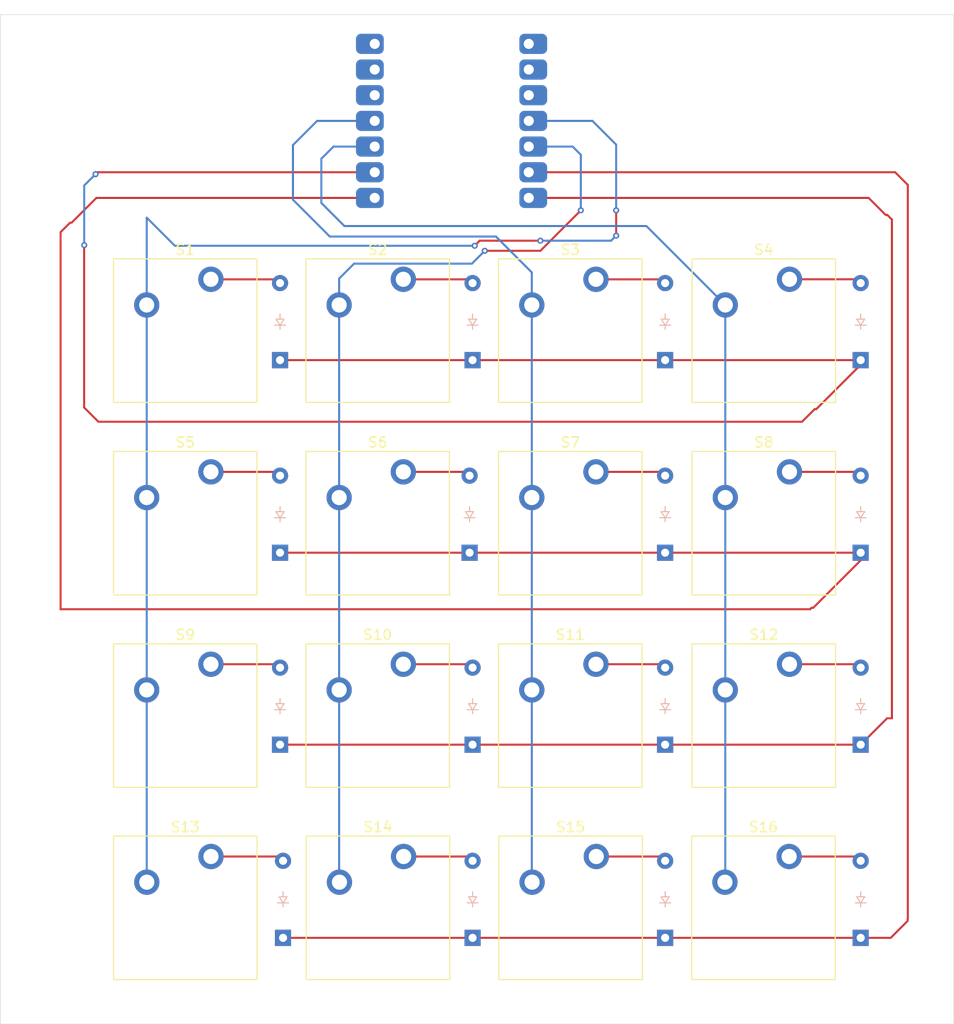
<source format=kicad_pcb>
(kicad_pcb (version 20240108) (generator "pcbnew") (generator_version "8.0")
  (layers (0 "F.Cu" signal) (31 "B.Cu" signal) (34 "B.Paste" user) (35 "F.Paste" user) (36 "B.SilkS" user "B.Silkscreen") (37 "F.SilkS" user "F.Silkscreen") (38 "B.Mask" user) (39 "F.Mask" user) (44 "Edge.Cuts" user))
  (net 0 "")
  (net 1 "Net-(D1-A)")
  (net 2 "Row 0")
  (net 3 "Net-(D2-A)")
  (net 4 "Net-(D3-A)")
  (net 5 "Row 1")
  (net 6 "Net-(D4-A)")
  (net 7 "Net-(D5-A)")
  (net 8 "Net-(D6-A)")
  (net 9 "Row 2")
  (net 10 "Net-(D7-A)")
  (net 11 "Net-(D8-A)")
  (net 12 "Net-(D9-A)")
  (net 13 "Column 0")
  (net 14 "Column 1")
  (net 15 "Column 2")
  (net 17 "Net-(D10-A)")
  (net 18 "Net-(D11-A)")
  (net 22 "Net-(D12-A)")
  (net 23 "Row 3")
  (net 24 "Net-(D13-A)")
  (net 25 "Net-(D14-A)")
  (net 26 "Net-(D15-A)")
  (net 27 "Net-(D16-A)")
  (net 28 "Column 3")
  (footprint "ScottoKeebs_MX:MX_PCB_1.00u" (layer "F.Cu") (at 124.87 108)
    (property "Reference" "S13" (at 0 -8 0) (layer "F.SilkS"))
    (property "Value" "Keyswitch")
    (fp_line (start -7.1 -7.1) (end -7.1 7.1) (stroke (width 0.12)) (layer "F.SilkS"))
    (fp_line (start -7.1 7.1) (end 7.1 7.1) (stroke (width 0.12)) (layer "F.SilkS"))
    (fp_line (start 7.1 -7.1) (end -7.1 -7.1) (stroke (width 0.12)) (layer "F.SilkS"))
    (fp_line (start 7.1 7.1) (end 7.1 -7.1) (stroke (width 0.12)) (layer "F.SilkS"))
    (pad "" np_thru_hole circle (at -5.08 0) (size 1.75 1.75) (drill 1.75) (layers "*.Cu" "*.Mask"))
    (pad "" np_thru_hole circle (at 0 0) (size 4 4) (drill 4) (layers "*.Cu" "*.Mask"))
    (pad "" np_thru_hole circle (at 5.08 0) (size 1.75 1.75) (drill 1.75) (layers "*.Cu" "*.Mask"))
    (pad "1" thru_hole circle (at -3.81 -2.54) (size 2.5 2.5) (drill 1.5) (layers "*.Cu" "*.Mask") (net 13 "Column 0"))
    (pad "2" thru_hole circle (at 2.54 -5.08) (size 2.5 2.5) (drill 1.5) (layers "*.Cu" "*.Mask") (net 24 "Net-(D13-A)"))
  )
  (footprint "ScottoKeebs_MX:MX_PCB_1.00u" (layer "F.Cu") (at 124.860344 88.98)
    (property "Reference" "S9" (at 0 -8 0) (layer "F.SilkS"))
    (property "Value" "Keyswitch")
    (fp_line (start -7.1 -7.1) (end -7.1 7.1) (stroke (width 0.12)) (layer "F.SilkS"))
    (fp_line (start -7.1 7.1) (end 7.1 7.1) (stroke (width 0.12)) (layer "F.SilkS"))
    (fp_line (start 7.1 -7.1) (end -7.1 -7.1) (stroke (width 0.12)) (layer "F.SilkS"))
    (fp_line (start 7.1 7.1) (end 7.1 -7.1) (stroke (width 0.12)) (layer "F.SilkS"))
    (pad "" np_thru_hole circle (at -5.08 0) (size 1.75 1.75) (drill 1.75) (layers "*.Cu" "*.Mask"))
    (pad "" np_thru_hole circle (at 0 0) (size 4 4) (drill 4) (layers "*.Cu" "*.Mask"))
    (pad "" np_thru_hole circle (at 5.08 0) (size 1.75 1.75) (drill 1.75) (layers "*.Cu" "*.Mask"))
    (pad "1" thru_hole circle (at -3.81 -2.54) (size 2.5 2.5) (drill 1.5) (layers "*.Cu" "*.Mask") (net 13 "Column 0"))
    (pad "2" thru_hole circle (at 2.54 -5.08) (size 2.5 2.5) (drill 1.5) (layers "*.Cu" "*.Mask") (net 12 "Net-(D9-A)"))
  )
  (footprint "ScottoKeebs_MX:MX_PCB_1.00u" (layer "F.Cu") (at 124.860344 69.95)
    (property "Reference" "S5" (at 0 -8 0) (layer "F.SilkS"))
    (property "Value" "Keyswitch")
    (fp_line (start -7.1 -7.1) (end -7.1 7.1) (stroke (width 0.12)) (layer "F.SilkS"))
    (fp_line (start -7.1 7.1) (end 7.1 7.1) (stroke (width 0.12)) (layer "F.SilkS"))
    (fp_line (start 7.1 -7.1) (end -7.1 -7.1) (stroke (width 0.12)) (layer "F.SilkS"))
    (fp_line (start 7.1 7.1) (end 7.1 -7.1) (stroke (width 0.12)) (layer "F.SilkS"))
    (pad "" np_thru_hole circle (at -5.08 0) (size 1.75 1.75) (drill 1.75) (layers "*.Cu" "*.Mask"))
    (pad "" np_thru_hole circle (at 0 0) (size 4 4) (drill 4) (layers "*.Cu" "*.Mask"))
    (pad "" np_thru_hole circle (at 5.08 0) (size 1.75 1.75) (drill 1.75) (layers "*.Cu" "*.Mask"))
    (pad "1" thru_hole circle (at -3.81 -2.54) (size 2.5 2.5) (drill 1.5) (layers "*.Cu" "*.Mask") (net 13 "Column 0"))
    (pad "2" thru_hole circle (at 2.54 -5.08) (size 2.5 2.5) (drill 1.5) (layers "*.Cu" "*.Mask") (net 7 "Net-(D5-A)"))
  )
  (footprint "ScottoKeebs_MX:MX_PCB_1.00u" (layer "F.Cu") (at 162.99 108)
    (property "Reference" "S15" (at 0 -8 0) (layer "F.SilkS"))
    (property "Value" "Keyswitch")
    (fp_line (start -7.1 -7.1) (end -7.1 7.1) (stroke (width 0.12)) (layer "F.SilkS"))
    (fp_line (start -7.1 7.1) (end 7.1 7.1) (stroke (width 0.12)) (layer "F.SilkS"))
    (fp_line (start 7.1 -7.1) (end -7.1 -7.1) (stroke (width 0.12)) (layer "F.SilkS"))
    (fp_line (start 7.1 7.1) (end 7.1 -7.1) (stroke (width 0.12)) (layer "F.SilkS"))
    (pad "" np_thru_hole circle (at -5.08 0) (size 1.75 1.75) (drill 1.75) (layers "*.Cu" "*.Mask"))
    (pad "" np_thru_hole circle (at 0 0) (size 4 4) (drill 4) (layers "*.Cu" "*.Mask"))
    (pad "" np_thru_hole circle (at 5.08 0) (size 1.75 1.75) (drill 1.75) (layers "*.Cu" "*.Mask"))
    (pad "1" thru_hole circle (at -3.81 -2.54) (size 2.5 2.5) (drill 1.5) (layers "*.Cu" "*.Mask") (net 15 "Column 2"))
    (pad "2" thru_hole circle (at 2.54 -5.08) (size 2.5 2.5) (drill 1.5) (layers "*.Cu" "*.Mask") (net 26 "Net-(D15-A)"))
  )
  (footprint "ScottoKeebs_MX:MX_PCB_1.00u" (layer "F.Cu") (at 143.9 88.98)
    (property "Reference" "S10" (at 0 -8 0) (layer "F.SilkS"))
    (property "Value" "Keyswitch")
    (fp_line (start -7.1 -7.1) (end -7.1 7.1) (stroke (width 0.12)) (layer "F.SilkS"))
    (fp_line (start -7.1 7.1) (end 7.1 7.1) (stroke (width 0.12)) (layer "F.SilkS"))
    (fp_line (start 7.1 -7.1) (end -7.1 -7.1) (stroke (width 0.12)) (layer "F.SilkS"))
    (fp_line (start 7.1 7.1) (end 7.1 -7.1) (stroke (width 0.12)) (layer "F.SilkS"))
    (pad "" np_thru_hole circle (at -5.08 0) (size 1.75 1.75) (drill 1.75) (layers "*.Cu" "*.Mask"))
    (pad "" np_thru_hole circle (at 0 0) (size 4 4) (drill 4) (layers "*.Cu" "*.Mask"))
    (pad "" np_thru_hole circle (at 5.08 0) (size 1.75 1.75) (drill 1.75) (layers "*.Cu" "*.Mask"))
    (pad "1" thru_hole circle (at -3.81 -2.54) (size 2.5 2.5) (drill 1.5) (layers "*.Cu" "*.Mask") (net 14 "Column 1"))
    (pad "2" thru_hole circle (at 2.54 -5.08) (size 2.5 2.5) (drill 1.5) (layers "*.Cu" "*.Mask") (net 17 "Net-(D10-A)"))
  )
  (footprint "ScottoKeebs_MX:MX_PCB_1.00u" (layer "F.Cu") (at 182.105944 50.899176)
    (property "Reference" "S4" (at 0 -8 0) (layer "F.SilkS"))
    (property "Value" "Keyswitch")
    (fp_line (start -7.1 -7.1) (end -7.1 7.1) (stroke (width 0.12)) (layer "F.SilkS"))
    (fp_line (start -7.1 7.1) (end 7.1 7.1) (stroke (width 0.12)) (layer "F.SilkS"))
    (fp_line (start 7.1 -7.1) (end -7.1 -7.1) (stroke (width 0.12)) (layer "F.SilkS"))
    (fp_line (start 7.1 7.1) (end 7.1 -7.1) (stroke (width 0.12)) (layer "F.SilkS"))
    (pad "" np_thru_hole circle (at -5.08 0) (size 1.75 1.75) (drill 1.75) (layers "*.Cu" "*.Mask"))
    (pad "" np_thru_hole circle (at 0 0) (size 4 4) (drill 4) (layers "*.Cu" "*.Mask"))
    (pad "" np_thru_hole circle (at 5.08 0) (size 1.75 1.75) (drill 1.75) (layers "*.Cu" "*.Mask"))
    (pad "1" thru_hole circle (at -3.81 -2.54) (size 2.5 2.5) (drill 1.5) (layers "*.Cu" "*.Mask") (net 28 "Column 3"))
    (pad "2" thru_hole circle (at 2.54 -5.08) (size 2.5 2.5) (drill 1.5) (layers "*.Cu" "*.Mask") (net 6 "Net-(D4-A)"))
  )
  (footprint "ScottoKeebs_MX:MX_PCB_1.00u" (layer "F.Cu") (at 162.96 69.95)
    (property "Reference" "S7" (at 0 -8 0) (layer "F.SilkS"))
    (property "Value" "Keyswitch")
    (fp_line (start -7.1 -7.1) (end -7.1 7.1) (stroke (width 0.12)) (layer "F.SilkS"))
    (fp_line (start -7.1 7.1) (end 7.1 7.1) (stroke (width 0.12)) (layer "F.SilkS"))
    (fp_line (start 7.1 -7.1) (end -7.1 -7.1) (stroke (width 0.12)) (layer "F.SilkS"))
    (fp_line (start 7.1 7.1) (end 7.1 -7.1) (stroke (width 0.12)) (layer "F.SilkS"))
    (pad "" np_thru_hole circle (at -5.08 0) (size 1.75 1.75) (drill 1.75) (layers "*.Cu" "*.Mask"))
    (pad "" np_thru_hole circle (at 0 0) (size 4 4) (drill 4) (layers "*.Cu" "*.Mask"))
    (pad "" np_thru_hole circle (at 5.08 0) (size 1.75 1.75) (drill 1.75) (layers "*.Cu" "*.Mask"))
    (pad "1" thru_hole circle (at -3.81 -2.54) (size 2.5 2.5) (drill 1.5) (layers "*.Cu" "*.Mask") (net 15 "Column 2"))
    (pad "2" thru_hole circle (at 2.54 -5.08) (size 2.5 2.5) (drill 1.5) (layers "*.Cu" "*.Mask") (net 10 "Net-(D7-A)"))
  )
  (footprint "ScottoKeebs_MX:MX_PCB_1.00u" (layer "F.Cu") (at 124.860344 50.899176)
    (property "Reference" "S1" (at 0 -8 0) (layer "F.SilkS"))
    (property "Value" "Keyswitch")
    (fp_line (start -7.1 -7.1) (end -7.1 7.1) (stroke (width 0.12)) (layer "F.SilkS"))
    (fp_line (start -7.1 7.1) (end 7.1 7.1) (stroke (width 0.12)) (layer "F.SilkS"))
    (fp_line (start 7.1 -7.1) (end -7.1 -7.1) (stroke (width 0.12)) (layer "F.SilkS"))
    (fp_line (start 7.1 7.1) (end 7.1 -7.1) (stroke (width 0.12)) (layer "F.SilkS"))
    (pad "" np_thru_hole circle (at -5.08 0) (size 1.75 1.75) (drill 1.75) (layers "*.Cu" "*.Mask"))
    (pad "" np_thru_hole circle (at 0 0) (size 4 4) (drill 4) (layers "*.Cu" "*.Mask"))
    (pad "" np_thru_hole circle (at 5.08 0) (size 1.75 1.75) (drill 1.75) (layers "*.Cu" "*.Mask"))
    (pad "1" thru_hole circle (at -3.81 -2.54) (size 2.5 2.5) (drill 1.5) (layers "*.Cu" "*.Mask") (net 13 "Column 0"))
    (pad "2" thru_hole circle (at 2.54 -5.08) (size 2.5 2.5) (drill 1.5) (layers "*.Cu" "*.Mask") (net 1 "Net-(D1-A)"))
  )
  (footprint "ScottoKeebs_MX:MX_PCB_1.00u" (layer "F.Cu") (at 143.93 108)
    (property "Reference" "S14" (at 0 -8 0) (layer "F.SilkS"))
    (property "Value" "Keyswitch")
    (fp_line (start -7.1 -7.1) (end -7.1 7.1) (stroke (width 0.12)) (layer "F.SilkS"))
    (fp_line (start -7.1 7.1) (end 7.1 7.1) (stroke (width 0.12)) (layer "F.SilkS"))
    (fp_line (start 7.1 -7.1) (end -7.1 -7.1) (stroke (width 0.12)) (layer "F.SilkS"))
    (fp_line (start 7.1 7.1) (end 7.1 -7.1) (stroke (width 0.12)) (layer "F.SilkS"))
    (pad "" np_thru_hole circle (at -5.08 0) (size 1.75 1.75) (drill 1.75) (layers "*.Cu" "*.Mask"))
    (pad "" np_thru_hole circle (at 0 0) (size 4 4) (drill 4) (layers "*.Cu" "*.Mask"))
    (pad "" np_thru_hole circle (at 5.08 0) (size 1.75 1.75) (drill 1.75) (layers "*.Cu" "*.Mask"))
    (pad "1" thru_hole circle (at -3.81 -2.54) (size 2.5 2.5) (drill 1.5) (layers "*.Cu" "*.Mask") (net 14 "Column 1"))
    (pad "2" thru_hole circle (at 2.54 -5.08) (size 2.5 2.5) (drill 1.5) (layers "*.Cu" "*.Mask") (net 25 "Net-(D14-A)"))
  )
  (footprint "ScottoKeebs_MX:MX_PCB_1.00u" (layer "F.Cu") (at 182.105944 69.95)
    (property "Reference" "S8" (at 0 -8 0) (layer "F.SilkS"))
    (property "Value" "Keyswitch")
    (fp_line (start -7.1 -7.1) (end -7.1 7.1) (stroke (width 0.12)) (layer "F.SilkS"))
    (fp_line (start -7.1 7.1) (end 7.1 7.1) (stroke (width 0.12)) (layer "F.SilkS"))
    (fp_line (start 7.1 -7.1) (end -7.1 -7.1) (stroke (width 0.12)) (layer "F.SilkS"))
    (fp_line (start 7.1 7.1) (end 7.1 -7.1) (stroke (width 0.12)) (layer "F.SilkS"))
    (pad "" np_thru_hole circle (at -5.08 0) (size 1.75 1.75) (drill 1.75) (layers "*.Cu" "*.Mask"))
    (pad "" np_thru_hole circle (at 0 0) (size 4 4) (drill 4) (layers "*.Cu" "*.Mask"))
    (pad "" np_thru_hole circle (at 5.08 0) (size 1.75 1.75) (drill 1.75) (layers "*.Cu" "*.Mask"))
    (pad "1" thru_hole circle (at -3.81 -2.54) (size 2.5 2.5) (drill 1.5) (layers "*.Cu" "*.Mask") (net 28 "Column 3"))
    (pad "2" thru_hole circle (at 2.54 -5.08) (size 2.5 2.5) (drill 1.5) (layers "*.Cu" "*.Mask") (net 11 "Net-(D8-A)"))
  )
  (footprint "ScottoKeebs_MX:MX_PCB_1.00u" (layer "F.Cu") (at 143.9 69.95)
    (property "Reference" "S6" (at 0 -8 0) (layer "F.SilkS"))
    (property "Value" "Keyswitch")
    (fp_line (start -7.1 -7.1) (end -7.1 7.1) (stroke (width 0.12)) (layer "F.SilkS"))
    (fp_line (start -7.1 7.1) (end 7.1 7.1) (stroke (width 0.12)) (layer "F.SilkS"))
    (fp_line (start 7.1 -7.1) (end -7.1 -7.1) (stroke (width 0.12)) (layer "F.SilkS"))
    (fp_line (start 7.1 7.1) (end 7.1 -7.1) (stroke (width 0.12)) (layer "F.SilkS"))
    (pad "" np_thru_hole circle (at -5.08 0) (size 1.75 1.75) (drill 1.75) (layers "*.Cu" "*.Mask"))
    (pad "" np_thru_hole circle (at 0 0) (size 4 4) (drill 4) (layers "*.Cu" "*.Mask"))
    (pad "" np_thru_hole circle (at 5.08 0) (size 1.75 1.75) (drill 1.75) (layers "*.Cu" "*.Mask"))
    (pad "1" thru_hole circle (at -3.81 -2.54) (size 2.5 2.5) (drill 1.5) (layers "*.Cu" "*.Mask") (net 14 "Column 1"))
    (pad "2" thru_hole circle (at 2.54 -5.08) (size 2.5 2.5) (drill 1.5) (layers "*.Cu" "*.Mask") (net 8 "Net-(D6-A)"))
  )
  (footprint "ScottoKeebs_MX:MX_PCB_1.00u" (layer "F.Cu") (at 182.07 108)
    (property "Reference" "S16" (at 0 -8 0) (layer "F.SilkS"))
    (property "Value" "Keyswitch")
    (fp_line (start -7.1 -7.1) (end -7.1 7.1) (stroke (width 0.12)) (layer "F.SilkS"))
    (fp_line (start -7.1 7.1) (end 7.1 7.1) (stroke (width 0.12)) (layer "F.SilkS"))
    (fp_line (start 7.1 -7.1) (end -7.1 -7.1) (stroke (width 0.12)) (layer "F.SilkS"))
    (fp_line (start 7.1 7.1) (end 7.1 -7.1) (stroke (width 0.12)) (layer "F.SilkS"))
    (pad "" np_thru_hole circle (at -5.08 0) (size 1.75 1.75) (drill 1.75) (layers "*.Cu" "*.Mask"))
    (pad "" np_thru_hole circle (at 0 0) (size 4 4) (drill 4) (layers "*.Cu" "*.Mask"))
    (pad "" np_thru_hole circle (at 5.08 0) (size 1.75 1.75) (drill 1.75) (layers "*.Cu" "*.Mask"))
    (pad "1" thru_hole circle (at -3.81 -2.54) (size 2.5 2.5) (drill 1.5) (layers "*.Cu" "*.Mask") (net 28 "Column 3"))
    (pad "2" thru_hole circle (at 2.54 -5.08) (size 2.5 2.5) (drill 1.5) (layers "*.Cu" "*.Mask") (net 27 "Net-(D16-A)"))
  )
  (footprint "ScottoKeebs_MX:MX_PCB_1.00u" (layer "F.Cu") (at 182.105944 88.98)
    (property "Reference" "S12" (at 0 -8 0) (layer "F.SilkS"))
    (property "Value" "Keyswitch")
    (fp_line (start -7.1 -7.1) (end -7.1 7.1) (stroke (width 0.12)) (layer "F.SilkS"))
    (fp_line (start -7.1 7.1) (end 7.1 7.1) (stroke (width 0.12)) (layer "F.SilkS"))
    (fp_line (start 7.1 -7.1) (end -7.1 -7.1) (stroke (width 0.12)) (layer "F.SilkS"))
    (fp_line (start 7.1 7.1) (end 7.1 -7.1) (stroke (width 0.12)) (layer "F.SilkS"))
    (pad "" np_thru_hole circle (at -5.08 0) (size 1.75 1.75) (drill 1.75) (layers "*.Cu" "*.Mask"))
    (pad "" np_thru_hole circle (at 0 0) (size 4 4) (drill 4) (layers "*.Cu" "*.Mask"))
    (pad "" np_thru_hole circle (at 5.08 0) (size 1.75 1.75) (drill 1.75) (layers "*.Cu" "*.Mask"))
    (pad "1" thru_hole circle (at -3.81 -2.54) (size 2.5 2.5) (drill 1.5) (layers "*.Cu" "*.Mask") (net 28 "Column 3"))
    (pad "2" thru_hole circle (at 2.54 -5.08) (size 2.5 2.5) (drill 1.5) (layers "*.Cu" "*.Mask") (net 22 "Net-(D12-A)"))
  )
  (footprint "ScottoKeebs_MX:MX_PCB_1.00u" (layer "F.Cu") (at 143.9 50.899176)
    (property "Reference" "S2" (at 0 -8 0) (layer "F.SilkS"))
    (property "Value" "Keyswitch")
    (fp_line (start -7.1 -7.1) (end -7.1 7.1) (stroke (width 0.12)) (layer "F.SilkS"))
    (fp_line (start -7.1 7.1) (end 7.1 7.1) (stroke (width 0.12)) (layer "F.SilkS"))
    (fp_line (start 7.1 -7.1) (end -7.1 -7.1) (stroke (width 0.12)) (layer "F.SilkS"))
    (fp_line (start 7.1 7.1) (end 7.1 -7.1) (stroke (width 0.12)) (layer "F.SilkS"))
    (pad "" np_thru_hole circle (at -5.08 0) (size 1.75 1.75) (drill 1.75) (layers "*.Cu" "*.Mask"))
    (pad "" np_thru_hole circle (at 0 0) (size 4 4) (drill 4) (layers "*.Cu" "*.Mask"))
    (pad "" np_thru_hole circle (at 5.08 0) (size 1.75 1.75) (drill 1.75) (layers "*.Cu" "*.Mask"))
    (pad "1" thru_hole circle (at -3.81 -2.54) (size 2.5 2.5) (drill 1.5) (layers "*.Cu" "*.Mask") (net 14 "Column 1"))
    (pad "2" thru_hole circle (at 2.54 -5.08) (size 2.5 2.5) (drill 1.5) (layers "*.Cu" "*.Mask") (net 3 "Net-(D2-A)"))
  )
  (footprint "ScottoKeebs_MX:MX_PCB_1.00u" (layer "F.Cu") (at 162.96 88.98)
    (property "Reference" "S11" (at 0 -8 0) (layer "F.SilkS"))
    (property "Value" "Keyswitch")
    (fp_line (start -7.1 -7.1) (end -7.1 7.1) (stroke (width 0.12)) (layer "F.SilkS"))
    (fp_line (start -7.1 7.1) (end 7.1 7.1) (stroke (width 0.12)) (layer "F.SilkS"))
    (fp_line (start 7.1 -7.1) (end -7.1 -7.1) (stroke (width 0.12)) (layer "F.SilkS"))
    (fp_line (start 7.1 7.1) (end 7.1 -7.1) (stroke (width 0.12)) (layer "F.SilkS"))
    (pad "" np_thru_hole circle (at -5.08 0) (size 1.75 1.75) (drill 1.75) (layers "*.Cu" "*.Mask"))
    (pad "" np_thru_hole circle (at 0 0) (size 4 4) (drill 4) (layers "*.Cu" "*.Mask"))
    (pad "" np_thru_hole circle (at 5.08 0) (size 1.75 1.75) (drill 1.75) (layers "*.Cu" "*.Mask"))
    (pad "1" thru_hole circle (at -3.81 -2.54) (size 2.5 2.5) (drill 1.5) (layers "*.Cu" "*.Mask") (net 15 "Column 2"))
    (pad "2" thru_hole circle (at 2.54 -5.08) (size 2.5 2.5) (drill 1.5) (layers "*.Cu" "*.Mask") (net 18 "Net-(D11-A)"))
  )
  (footprint "ScottoKeebs_MX:MX_PCB_1.00u" (layer "F.Cu") (at 162.96 50.899176)
    (property "Reference" "S3" (at 0 -8 0) (layer "F.SilkS"))
    (property "Value" "Keyswitch")
    (fp_line (start -7.1 -7.1) (end -7.1 7.1) (stroke (width 0.12)) (layer "F.SilkS"))
    (fp_line (start -7.1 7.1) (end 7.1 7.1) (stroke (width 0.12)) (layer "F.SilkS"))
    (fp_line (start 7.1 -7.1) (end -7.1 -7.1) (stroke (width 0.12)) (layer "F.SilkS"))
    (fp_line (start 7.1 7.1) (end 7.1 -7.1) (stroke (width 0.12)) (layer "F.SilkS"))
    (pad "" np_thru_hole circle (at -5.08 0) (size 1.75 1.75) (drill 1.75) (layers "*.Cu" "*.Mask"))
    (pad "" np_thru_hole circle (at 0 0) (size 4 4) (drill 4) (layers "*.Cu" "*.Mask"))
    (pad "" np_thru_hole circle (at 5.08 0) (size 1.75 1.75) (drill 1.75) (layers "*.Cu" "*.Mask"))
    (pad "1" thru_hole circle (at -3.81 -2.54) (size 2.5 2.5) (drill 1.5) (layers "*.Cu" "*.Mask") (net 15 "Column 2"))
    (pad "2" thru_hole circle (at 2.54 -5.08) (size 2.5 2.5) (drill 1.5) (layers "*.Cu" "*.Mask") (net 4 "Net-(D3-A)"))
  )
  (footprint "ScottoKeebs_Components:Diode_DO-35" (layer "B.Cu") (at 172.342824 91.856648 90)
    (property "Reference" "D11" (hide yes))
    (property "Value" "Diode" (hide yes))
    (fp_line (start 3.46 -0.55) (end 3.46 0.55) (stroke (width 0.1)) (layer "B.SilkS"))
    (fp_line (start 4.06 -0.4) (end 4.06 0.4) (stroke (width 0.1)) (layer "B.SilkS"))
    (fp_line (start 4.56 0) (end 4.06 0) (stroke (width 0.1)) (layer "B.SilkS"))
    (fp_line (start 3.46 0) (end 4.06 -0.4) (stroke (width 0.1)) (layer "B.SilkS"))
    (fp_line (start 3.46 0) (end 3.06 0) (stroke (width 0.1)) (layer "B.SilkS"))
    (fp_line (start 4.06 0.4) (end 3.46 0) (stroke (width 0.1)) (layer "B.SilkS"))
    (pad "1" thru_hole rect (at 0 0 90) (size 1.6 1.6) (drill 0.8) (layers "*.Cu" "*.Mask") (net 9 "Row 2"))
    (pad "2" thru_hole oval (at 7.62 0 90) (size 1.6 1.6) (drill 0.8) (layers "*.Cu" "*.Mask") (net 18 "Net-(D11-A)"))
  )
  (footprint "ScottoKeebs_Components:Diode_DO-35" (layer "B.Cu") (at 153.29284 91.856648 90)
    (property "Reference" "D10" (hide yes))
    (property "Value" "Diode" (hide yes))
    (fp_line (start 3.46 -0.55) (end 3.46 0.55) (stroke (width 0.1)) (layer "B.SilkS"))
    (fp_line (start 4.06 -0.4) (end 4.06 0.4) (stroke (width 0.1)) (layer "B.SilkS"))
    (fp_line (start 4.56 0) (end 4.06 0) (stroke (width 0.1)) (layer "B.SilkS"))
    (fp_line (start 3.46 0) (end 4.06 -0.4) (stroke (width 0.1)) (layer "B.SilkS"))
    (fp_line (start 3.46 0) (end 3.06 0) (stroke (width 0.1)) (layer "B.SilkS"))
    (fp_line (start 4.06 0.4) (end 3.46 0) (stroke (width 0.1)) (layer "B.SilkS"))
    (pad "1" thru_hole rect (at 0 0 90) (size 1.6 1.6) (drill 0.8) (layers "*.Cu" "*.Mask") (net 9 "Row 2"))
    (pad "2" thru_hole oval (at 7.62 0 90) (size 1.6 1.6) (drill 0.8) (layers "*.Cu" "*.Mask") (net 17 "Net-(D10-A)"))
  )
  (footprint "ScottoKeebs_Components:Diode_DO-35" (layer "B.Cu") (at 134.242856 72.866192 90)
    (property "Reference" "D5" (hide yes))
    (property "Value" "Diode" (hide yes))
    (fp_line (start 3.46 -0.55) (end 3.46 0.55) (stroke (width 0.1)) (layer "B.SilkS"))
    (fp_line (start 4.06 -0.4) (end 4.06 0.4) (stroke (width 0.1)) (layer "B.SilkS"))
    (fp_line (start 4.56 0) (end 4.06 0) (stroke (width 0.1)) (layer "B.SilkS"))
    (fp_line (start 3.46 0) (end 4.06 -0.4) (stroke (width 0.1)) (layer "B.SilkS"))
    (fp_line (start 3.46 0) (end 3.06 0) (stroke (width 0.1)) (layer "B.SilkS"))
    (fp_line (start 4.06 0.4) (end 3.46 0) (stroke (width 0.1)) (layer "B.SilkS"))
    (pad "1" thru_hole rect (at 0 0 90) (size 1.6 1.6) (drill 0.8) (layers "*.Cu" "*.Mask") (net 5 "Row 1"))
    (pad "2" thru_hole oval (at 7.62 0 90) (size 1.6 1.6) (drill 0.8) (layers "*.Cu" "*.Mask") (net 7 "Net-(D5-A)"))
  )
  (footprint "ScottoKeebs_Components:Diode_DO-35" (layer "B.Cu") (at 152.995184 72.866192 90)
    (property "Reference" "D6" (hide yes))
    (property "Value" "Diode" (hide yes))
    (fp_line (start 3.46 -0.55) (end 3.46 0.55) (stroke (width 0.1)) (layer "B.SilkS"))
    (fp_line (start 4.06 -0.4) (end 4.06 0.4) (stroke (width 0.1)) (layer "B.SilkS"))
    (fp_line (start 4.56 0) (end 4.06 0) (stroke (width 0.1)) (layer "B.SilkS"))
    (fp_line (start 3.46 0) (end 4.06 -0.4) (stroke (width 0.1)) (layer "B.SilkS"))
    (fp_line (start 3.46 0) (end 3.06 0) (stroke (width 0.1)) (layer "B.SilkS"))
    (fp_line (start 4.06 0.4) (end 3.46 0) (stroke (width 0.1)) (layer "B.SilkS"))
    (pad "1" thru_hole rect (at 0 0 90) (size 1.6 1.6) (drill 0.8) (layers "*.Cu" "*.Mask") (net 5 "Row 1"))
    (pad "2" thru_hole oval (at 7.62 0 90) (size 1.6 1.6) (drill 0.8) (layers "*.Cu" "*.Mask") (net 8 "Net-(D6-A)"))
  )
  (footprint "ScottoKeebs_Components:Diode_DO-35" (layer "B.Cu") (at 172.342824 53.816208 90)
    (property "Reference" "D3" (hide yes))
    (property "Value" "Diode" (hide yes))
    (fp_line (start 3.46 -0.55) (end 3.46 0.55) (stroke (width 0.1)) (layer "B.SilkS"))
    (fp_line (start 4.06 -0.4) (end 4.06 0.4) (stroke (width 0.1)) (layer "B.SilkS"))
    (fp_line (start 4.56 0) (end 4.06 0) (stroke (width 0.1)) (layer "B.SilkS"))
    (fp_line (start 3.46 0) (end 4.06 -0.4) (stroke (width 0.1)) (layer "B.SilkS"))
    (fp_line (start 3.46 0) (end 3.06 0) (stroke (width 0.1)) (layer "B.SilkS"))
    (fp_line (start 4.06 0.4) (end 3.46 0) (stroke (width 0.1)) (layer "B.SilkS"))
    (pad "1" thru_hole rect (at 0 0 90) (size 1.6 1.6) (drill 0.8) (layers "*.Cu" "*.Mask") (net 2 "Row 0"))
    (pad "2" thru_hole oval (at 7.62 0 90) (size 1.6 1.6) (drill 0.8) (layers "*.Cu" "*.Mask") (net 4 "Net-(D3-A)"))
  )
  (footprint "ScottoKeebs_Components:Diode_DO-35" (layer "B.Cu") (at 134.540512 110.96616 90)
    (property "Reference" "D13" (hide yes))
    (property "Value" "Diode" (hide yes))
    (fp_line (start 3.46 -0.55) (end 3.46 0.55) (stroke (width 0.1)) (layer "B.SilkS"))
    (fp_line (start 4.06 -0.4) (end 4.06 0.4) (stroke (width 0.1)) (layer "B.SilkS"))
    (fp_line (start 4.56 0) (end 4.06 0) (stroke (width 0.1)) (layer "B.SilkS"))
    (fp_line (start 3.46 0) (end 4.06 -0.4) (stroke (width 0.1)) (layer "B.SilkS"))
    (fp_line (start 3.46 0) (end 3.06 0) (stroke (width 0.1)) (layer "B.SilkS"))
    (fp_line (start 4.06 0.4) (end 3.46 0) (stroke (width 0.1)) (layer "B.SilkS"))
    (pad "1" thru_hole rect (at 0 0 90) (size 1.6 1.6) (drill 0.8) (layers "*.Cu" "*.Mask") (net 23 "Row 3"))
    (pad "2" thru_hole oval (at 7.62 0 90) (size 1.6 1.6) (drill 0.8) (layers "*.Cu" "*.Mask") (net 24 "Net-(D13-A)"))
  )
  (footprint "ScottoKeebs_Components:Diode_DO-35" (layer "B.Cu") (at 134.242856 53.816208 90)
    (property "Reference" "D1" (hide yes))
    (property "Value" "Diode" (hide yes))
    (fp_line (start 3.46 -0.55) (end 3.46 0.55) (stroke (width 0.1)) (layer "B.SilkS"))
    (fp_line (start 4.06 -0.4) (end 4.06 0.4) (stroke (width 0.1)) (layer "B.SilkS"))
    (fp_line (start 4.56 0) (end 4.06 0) (stroke (width 0.1)) (layer "B.SilkS"))
    (fp_line (start 3.46 0) (end 4.06 -0.4) (stroke (width 0.1)) (layer "B.SilkS"))
    (fp_line (start 3.46 0) (end 3.06 0) (stroke (width 0.1)) (layer "B.SilkS"))
    (fp_line (start 4.06 0.4) (end 3.46 0) (stroke (width 0.1)) (layer "B.SilkS"))
    (pad "1" thru_hole rect (at 0 0 90) (size 1.6 1.6) (drill 0.8) (layers "*.Cu" "*.Mask") (net 2 "Row 0"))
    (pad "2" thru_hole oval (at 7.62 0 90) (size 1.6 1.6) (drill 0.8) (layers "*.Cu" "*.Mask") (net 1 "Net-(D1-A)"))
  )
  (footprint "ScottoKeebs_Components:Diode_DO-35" (layer "B.Cu") (at 191.690464 72.866192 90)
    (property "Reference" "D8" (hide yes))
    (property "Value" "Diode" (hide yes))
    (fp_line (start 3.46 -0.55) (end 3.46 0.55) (stroke (width 0.1)) (layer "B.SilkS"))
    (fp_line (start 4.06 -0.4) (end 4.06 0.4) (stroke (width 0.1)) (layer "B.SilkS"))
    (fp_line (start 4.56 0) (end 4.06 0) (stroke (width 0.1)) (layer "B.SilkS"))
    (fp_line (start 3.46 0) (end 4.06 -0.4) (stroke (width 0.1)) (layer "B.SilkS"))
    (fp_line (start 3.46 0) (end 3.06 0) (stroke (width 0.1)) (layer "B.SilkS"))
    (fp_line (start 4.06 0.4) (end 3.46 0) (stroke (width 0.1)) (layer "B.SilkS"))
    (pad "1" thru_hole rect (at 0 0 90) (size 1.6 1.6) (drill 0.8) (layers "*.Cu" "*.Mask") (net 5 "Row 1"))
    (pad "2" thru_hole oval (at 7.62 0 90) (size 1.6 1.6) (drill 0.8) (layers "*.Cu" "*.Mask") (net 11 "Net-(D8-A)"))
  )
  (footprint "ScottoKeebs_Components:Diode_DO-35" (layer "B.Cu") (at 134.242856 91.856648 90)
    (property "Reference" "D9" (hide yes))
    (property "Value" "Diode" (hide yes))
    (fp_line (start 3.46 -0.55) (end 3.46 0.55) (stroke (width 0.1)) (layer "B.SilkS"))
    (fp_line (start 4.06 -0.4) (end 4.06 0.4) (stroke (width 0.1)) (layer "B.SilkS"))
    (fp_line (start 4.56 0) (end 4.06 0) (stroke (width 0.1)) (layer "B.SilkS"))
    (fp_line (start 3.46 0) (end 4.06 -0.4) (stroke (width 0.1)) (layer "B.SilkS"))
    (fp_line (start 3.46 0) (end 3.06 0) (stroke (width 0.1)) (layer "B.SilkS"))
    (fp_line (start 4.06 0.4) (end 3.46 0) (stroke (width 0.1)) (layer "B.SilkS"))
    (pad "1" thru_hole rect (at 0 0 90) (size 1.6 1.6) (drill 0.8) (layers "*.Cu" "*.Mask") (net 9 "Row 2"))
    (pad "2" thru_hole oval (at 7.62 0 90) (size 1.6 1.6) (drill 0.8) (layers "*.Cu" "*.Mask") (net 12 "Net-(D9-A)"))
  )
  (footprint "ScottoKeebs_Components:Diode_DO-35" (layer "B.Cu") (at 153.29284 53.816208 90)
    (property "Reference" "D2" (hide yes))
    (property "Value" "Diode" (hide yes))
    (fp_line (start 3.46 -0.55) (end 3.46 0.55) (stroke (width 0.1)) (layer "B.SilkS"))
    (fp_line (start 4.06 -0.4) (end 4.06 0.4) (stroke (width 0.1)) (layer "B.SilkS"))
    (fp_line (start 4.56 0) (end 4.06 0) (stroke (width 0.1)) (layer "B.SilkS"))
    (fp_line (start 3.46 0) (end 4.06 -0.4) (stroke (width 0.1)) (layer "B.SilkS"))
    (fp_line (start 3.46 0) (end 3.06 0) (stroke (width 0.1)) (layer "B.SilkS"))
    (fp_line (start 4.06 0.4) (end 3.46 0) (stroke (width 0.1)) (layer "B.SilkS"))
    (pad "1" thru_hole rect (at 0 0 90) (size 1.6 1.6) (drill 0.8) (layers "*.Cu" "*.Mask") (net 2 "Row 0"))
    (pad "2" thru_hole oval (at 7.62 0 90) (size 1.6 1.6) (drill 0.8) (layers "*.Cu" "*.Mask") (net 3 "Net-(D2-A)"))
  )
  (footprint "ScottoKeebs_Components:Diode_DO-35" (layer "B.Cu") (at 191.690464 53.816208 90)
    (property "Reference" "D4" (hide yes))
    (property "Value" "Diode" (hide yes))
    (fp_line (start 3.46 -0.55) (end 3.46 0.55) (stroke (width 0.1)) (layer "B.SilkS"))
    (fp_line (start 4.06 -0.4) (end 4.06 0.4) (stroke (width 0.1)) (layer "B.SilkS"))
    (fp_line (start 4.56 0) (end 4.06 0) (stroke (width 0.1)) (layer "B.SilkS"))
    (fp_line (start 3.46 0) (end 4.06 -0.4) (stroke (width 0.1)) (layer "B.SilkS"))
    (fp_line (start 3.46 0) (end 3.06 0) (stroke (width 0.1)) (layer "B.SilkS"))
    (fp_line (start 4.06 0.4) (end 3.46 0) (stroke (width 0.1)) (layer "B.SilkS"))
    (pad "1" thru_hole rect (at 0 0 90) (size 1.6 1.6) (drill 0.8) (layers "*.Cu" "*.Mask") (net 2 "Row 0"))
    (pad "2" thru_hole oval (at 7.62 0 90) (size 1.6 1.6) (drill 0.8) (layers "*.Cu" "*.Mask") (net 6 "Net-(D4-A)"))
  )
  (footprint "ScottoKeebs_Components:Diode_DO-35" (layer "B.Cu") (at 191.690464 110.96616 90)
    (property "Reference" "D16" (hide yes))
    (property "Value" "Diode" (hide yes))
    (fp_line (start 3.46 -0.55) (end 3.46 0.55) (stroke (width 0.1)) (layer "B.SilkS"))
    (fp_line (start 4.06 -0.4) (end 4.06 0.4) (stroke (width 0.1)) (layer "B.SilkS"))
    (fp_line (start 4.56 0) (end 4.06 0) (stroke (width 0.1)) (layer "B.SilkS"))
    (fp_line (start 3.46 0) (end 4.06 -0.4) (stroke (width 0.1)) (layer "B.SilkS"))
    (fp_line (start 3.46 0) (end 3.06 0) (stroke (width 0.1)) (layer "B.SilkS"))
    (fp_line (start 4.06 0.4) (end 3.46 0) (stroke (width 0.1)) (layer "B.SilkS"))
    (pad "1" thru_hole rect (at 0 0 90) (size 1.6 1.6) (drill 0.8) (layers "*.Cu" "*.Mask") (net 23 "Row 3"))
    (pad "2" thru_hole oval (at 7.62 0 90) (size 1.6 1.6) (drill 0.8) (layers "*.Cu" "*.Mask") (net 27 "Net-(D16-A)"))
  )
  (footprint "ScottoKeebs_Components:Diode_DO-35" (layer "B.Cu") (at 172.342824 110.96616 90)
    (property "Reference" "D15" (hide yes))
    (property "Value" "Diode" (hide yes))
    (fp_line (start 3.46 -0.55) (end 3.46 0.55) (stroke (width 0.1)) (layer "B.SilkS"))
    (fp_line (start 4.06 -0.4) (end 4.06 0.4) (stroke (width 0.1)) (layer "B.SilkS"))
    (fp_line (start 4.56 0) (end 4.06 0) (stroke (width 0.1)) (layer "B.SilkS"))
    (fp_line (start 3.46 0) (end 4.06 -0.4) (stroke (width 0.1)) (layer "B.SilkS"))
    (fp_line (start 3.46 0) (end 3.06 0) (stroke (width 0.1)) (layer "B.SilkS"))
    (fp_line (start 4.06 0.4) (end 3.46 0) (stroke (width 0.1)) (layer "B.SilkS"))
    (pad "1" thru_hole rect (at 0 0 90) (size 1.6 1.6) (drill 0.8) (layers "*.Cu" "*.Mask") (net 23 "Row 3"))
    (pad "2" thru_hole oval (at 7.62 0 90) (size 1.6 1.6) (drill 0.8) (layers "*.Cu" "*.Mask") (net 26 "Net-(D15-A)"))
  )
  (footprint "ScottoKeebs_Components:Diode_DO-35" (layer "B.Cu") (at 172.342824 72.866192 90)
    (property "Reference" "D7" (hide yes))
    (property "Value" "Diode" (hide yes))
    (fp_line (start 3.46 -0.55) (end 3.46 0.55) (stroke (width 0.1)) (layer "B.SilkS"))
    (fp_line (start 4.06 -0.4) (end 4.06 0.4) (stroke (width 0.1)) (layer "B.SilkS"))
    (fp_line (start 4.56 0) (end 4.06 0) (stroke (width 0.1)) (layer "B.SilkS"))
    (fp_line (start 3.46 0) (end 4.06 -0.4) (stroke (width 0.1)) (layer "B.SilkS"))
    (fp_line (start 3.46 0) (end 3.06 0) (stroke (width 0.1)) (layer "B.SilkS"))
    (fp_line (start 4.06 0.4) (end 3.46 0) (stroke (width 0.1)) (layer "B.SilkS"))
    (pad "1" thru_hole rect (at 0 0 90) (size 1.6 1.6) (drill 0.8) (layers "*.Cu" "*.Mask") (net 5 "Row 1"))
    (pad "2" thru_hole oval (at 7.62 0 90) (size 1.6 1.6) (drill 0.8) (layers "*.Cu" "*.Mask") (net 10 "Net-(D7-A)"))
  )
  (footprint "ScottoKeebs_Components:Diode_DO-35" (layer "B.Cu") (at 153.29284 110.96616 90)
    (property "Reference" "D14" (hide yes))
    (property "Value" "Diode" (hide yes))
    (fp_line (start 3.46 -0.55) (end 3.46 0.55) (stroke (width 0.1)) (layer "B.SilkS"))
    (fp_line (start 4.06 -0.4) (end 4.06 0.4) (stroke (width 0.1)) (layer "B.SilkS"))
    (fp_line (start 4.56 0) (end 4.06 0) (stroke (width 0.1)) (layer "B.SilkS"))
    (fp_line (start 3.46 0) (end 4.06 -0.4) (stroke (width 0.1)) (layer "B.SilkS"))
    (fp_line (start 3.46 0) (end 3.06 0) (stroke (width 0.1)) (layer "B.SilkS"))
    (fp_line (start 4.06 0.4) (end 3.46 0) (stroke (width 0.1)) (layer "B.SilkS"))
    (pad "1" thru_hole rect (at 0 0 90) (size 1.6 1.6) (drill 0.8) (layers "*.Cu" "*.Mask") (net 23 "Row 3"))
    (pad "2" thru_hole oval (at 7.62 0 90) (size 1.6 1.6) (drill 0.8) (layers "*.Cu" "*.Mask") (net 25 "Net-(D14-A)"))
  )
  (footprint "ScottoKeebs_Components:Diode_DO-35" (layer "B.Cu") (at 191.690464 91.856648 90)
    (property "Reference" "D12" (hide yes))
    (property "Value" "Diode" (hide yes))
    (fp_line (start 3.46 -0.55) (end 3.46 0.55) (stroke (width 0.1)) (layer "B.SilkS"))
    (fp_line (start 4.06 -0.4) (end 4.06 0.4) (stroke (width 0.1)) (layer "B.SilkS"))
    (fp_line (start 4.56 0) (end 4.06 0) (stroke (width 0.1)) (layer "B.SilkS"))
    (fp_line (start 3.46 0) (end 4.06 -0.4) (stroke (width 0.1)) (layer "B.SilkS"))
    (fp_line (start 3.46 0) (end 3.06 0) (stroke (width 0.1)) (layer "B.SilkS"))
    (fp_line (start 4.06 0.4) (end 3.46 0) (stroke (width 0.1)) (layer "B.SilkS"))
    (pad "1" thru_hole rect (at 0 0 90) (size 1.6 1.6) (drill 0.8) (layers "*.Cu" "*.Mask") (net 9 "Row 2"))
    (pad "2" thru_hole oval (at 7.62 0 90) (size 1.6 1.6) (drill 0.8) (layers "*.Cu" "*.Mask") (net 22 "Net-(D12-A)"))
  )
  (footprint "ScottoKeebs_MCU:Seeed_XIAO_RP2040" (layer "B.Cu") (at 151.23 30.15 180)
    (property "Reference" "U2" (hide yes))
    (property "Value" "MCU_Seeed_XIAO_RP2040")
    (pad "1" smd roundrect (at -8.065 7.62 180) (size 2.75 2) (layers "B.Cu" "B.Paste" "B.Mask"))
    (pad "1" thru_hole rect (at -7.62 7.62 90) (size 1.6 1.6) (drill 1) (layers "*.Cu" "*.Mask"))
    (pad "2" smd roundrect (at -8.065 5.08 180) (size 2.75 2) (layers "B.Cu" "B.Paste" "B.Mask"))
    (pad "2" thru_hole circle (at -7.62 5.08 90) (size 1.6 1.6) (drill 1) (layers "*.Cu" "*.Mask"))
    (pad "3" smd roundrect (at -8.065 2.54 180) (size 2.75 2) (layers "B.Cu" "B.Paste" "B.Mask"))
    (pad "3" thru_hole circle (at -7.62 2.54 90) (size 1.6 1.6) (drill 1) (layers "*.Cu" "*.Mask"))
    (pad "4" smd roundrect (at -8.065 0 180) (size 2.75 2) (layers "B.Cu" "B.Paste" "B.Mask") (net 13 "Column 0"))
    (pad "4" thru_hole circle (at -7.62 0 90) (size 1.6 1.6) (drill 1) (layers "*.Cu" "*.Mask") (net 13 "Column 0"))
    (pad "5" smd roundrect (at -8.065 -2.54 180) (size 2.75 2) (layers "B.Cu" "B.Paste" "B.Mask") (net 14 "Column 1"))
    (pad "5" thru_hole circle (at -7.62 -2.54 90) (size 1.6 1.6) (drill 1) (layers "*.Cu" "*.Mask") (net 14 "Column 1"))
    (pad "6" smd roundrect (at -8.065 -5.08 180) (size 2.75 2) (layers "B.Cu" "B.Paste" "B.Mask") (net 23 "Row 3"))
    (pad "6" thru_hole circle (at -7.62 -5.08 90) (size 1.6 1.6) (drill 1) (layers "*.Cu" "*.Mask") (net 23 "Row 3"))
    (pad "7" smd roundrect (at -8.065 -7.62 180) (size 2.75 2) (layers "B.Cu" "B.Paste" "B.Mask") (net 9 "Row 2"))
    (pad "7" thru_hole circle (at -7.62 -7.62 90) (size 1.6 1.6) (drill 1) (layers "*.Cu" "*.Mask") (net 9 "Row 2"))
    (pad "8" thru_hole circle (at 7.62 -7.62 90) (size 1.6 1.6) (drill 1) (layers "*.Cu" "*.Mask") (net 5 "Row 1"))
    (pad "8" smd roundrect (at 8.1 -7.62 180) (size 2.75 2) (layers "B.Cu" "B.Paste" "B.Mask") (net 5 "Row 1"))
    (pad "9" thru_hole circle (at 7.62 -5.08 90) (size 1.6 1.6) (drill 1) (layers "*.Cu" "*.Mask") (net 2 "Row 0"))
    (pad "9" smd roundrect (at 8.1 -5.08 180) (size 2.75 2) (layers "B.Cu" "B.Paste" "B.Mask") (net 2 "Row 0"))
    (pad "10" thru_hole circle (at 7.62 -2.54 90) (size 1.6 1.6) (drill 1) (layers "*.Cu" "*.Mask") (net 28 "Column 3"))
    (pad "10" smd roundrect (at 8.1 -2.54 180) (size 2.75 2) (layers "B.Cu" "B.Paste" "B.Mask") (net 28 "Column 3"))
    (pad "11" thru_hole circle (at 7.62 0 90) (size 1.6 1.6) (drill 1) (layers "*.Cu" "*.Mask") (net 15 "Column 2"))
    (pad "11" smd roundrect (at 8.1 0 180) (size 2.75 2) (layers "B.Cu" "B.Paste" "B.Mask") (net 15 "Column 2"))
    (pad "12" thru_hole circle (at 7.62 2.54 90) (size 1.6 1.6) (drill 1) (layers "*.Cu" "*.Mask"))
    (pad "12" smd roundrect (at 8.1 2.54 180) (size 2.75 2) (layers "B.Cu" "B.Paste" "B.Mask"))
    (pad "13" thru_hole circle (at 7.62 5.08 90) (size 1.6 1.6) (drill 1) (layers "*.Cu" "*.Mask"))
    (pad "13" smd roundrect (at 8.1 5.08 180) (size 2.75 2) (layers "B.Cu" "B.Paste" "B.Mask"))
    (pad "14" thru_hole circle (at 7.62 7.62 90) (size 1.6 1.6) (drill 1) (layers "*.Cu" "*.Mask"))
    (pad "14" smd roundrect (at 8.1 7.62 180) (size 2.75 2) (layers "B.Cu" "B.Paste" "B.Mask"))
  )
  (gr_rect (start 106.560848 19.645296) (end 200.902488 119.492552) (stroke (width 0.05)) (fill none) (layer "Edge.Cuts"))
  (segment (start 127.400344 45.825368) (end 133.872016 45.825368) (width 0.2) (layer "F.Cu") (net 1))
  (segment (start 133.872016 45.825368) (end 134.242856 46.196208) (width 0.2) (layer "F.Cu") (net 1))
  (segment (start 115.99 35.42) (end 116.18 35.23) (width 0.2) (layer "F.Cu") (net 2))
  (segment (start 114.87 42.57) (end 114.87 42.44) (width 0.2) (layer "F.Cu") (net 2))
  (segment (start 114.86 42.58) (end 114.87 42.57) (width 0.2) (layer "F.Cu") (net 2))
  (segment (start 191.690464 53.816208) (end 191.690464 54.269536) (width 0.2) (layer "F.Cu") (net 2))
  (segment (start 116.27 59.91) (end 114.86 58.5) (width 0.2) (layer "F.Cu") (net 2))
  (segment (start 134.242856 53.816208) (end 172.342824 53.816208) (width 0.2) (layer "F.Cu") (net 2))
  (segment (start 187.3 58.66) (end 187.14 58.66) (width 0.2) (layer "F.Cu") (net 2))
  (segment (start 172.342824 53.816208) (end 191.690464 53.816208) (width 0.2) (layer "F.Cu") (net 2))
  (segment (start 191.690464 54.269536) (end 187.3 58.66) (width 0.2) (layer "F.Cu") (net 2))
  (segment (start 185.89 59.91) (end 116.27 59.91) (width 0.2) (layer "F.Cu") (net 2))
  (segment (start 187.14 58.66) (end 185.89 59.91) (width 0.2) (layer "F.Cu") (net 2))
  (segment (start 114.86 58.5) (end 114.86 42.58) (width 0.2) (layer "F.Cu") (net 2))
  (segment (start 116.18 35.23) (end 143.61 35.23) (width 0.2) (layer "F.Cu") (net 2))
  (via (at 115.99 35.42) (size 0.6) (drill 0.3) (layers "F.Cu" "B.Cu") (net 2))
  (via (at 114.87 42.44) (size 0.6) (drill 0.3) (layers "F.Cu" "B.Cu") (net 2))
  (segment (start 114.87 36.54) (end 115.99 35.42) (width 0.2) (layer "B.Cu") (net 2))
  (segment (start 114.87 42.44) (end 114.87 36.54) (width 0.2) (layer "B.Cu") (net 2))
  (segment (start 146.44 45.825368) (end 152.922 45.825368) (width 0.2) (layer "F.Cu") (net 3))
  (segment (start 152.922 45.825368) (end 153.29284 46.196208) (width 0.2) (layer "F.Cu") (net 3))
  (segment (start 165.5 45.825368) (end 171.971984 45.825368) (width 0.2) (layer "F.Cu") (net 4))
  (segment (start 171.971984 45.825368) (end 172.342824 46.196208) (width 0.2) (layer "F.Cu") (net 4))
  (segment (start 112.53 41.16) (end 113.47 40.22) (width 0.2) (layer "F.Cu") (net 5))
  (segment (start 191.690464 73.619536) (end 187 78.31) (width 0.2) (layer "F.Cu") (net 5))
  (segment (start 187 78.31) (end 186.84 78.31) (width 0.2) (layer "F.Cu") (net 5))
  (segment (start 172.342824 72.866192) (end 191.690464 72.866192) (width 0.2) (layer "F.Cu") (net 5))
  (segment (start 112.53 78.46) (end 112.53 41.16) (width 0.2) (layer "F.Cu") (net 5))
  (segment (start 134.242856 72.866192) (end 172.342824 72.866192) (width 0.2) (layer "F.Cu") (net 5))
  (segment (start 186.69 78.46) (end 112.53 78.46) (width 0.2) (layer "F.Cu") (net 5))
  (segment (start 191.690464 72.866192) (end 191.690464 73.619536) (width 0.2) (layer "F.Cu") (net 5))
  (segment (start 113.62 40.22) (end 116.07 37.77) (width 0.2) (layer "F.Cu") (net 5))
  (segment (start 186.84 78.31) (end 186.69 78.46) (width 0.2) (layer "F.Cu") (net 5))
  (segment (start 116.07 37.77) (end 143.165 37.77) (width 0.2) (layer "F.Cu") (net 5))
  (segment (start 113.47 40.22) (end 113.62 40.22) (width 0.2) (layer "F.Cu") (net 5))
  (segment (start 191.313432 45.819176) (end 191.690464 46.196208) (width 0.2) (layer "F.Cu") (net 6))
  (segment (start 184.645944 45.819176) (end 191.313432 45.819176) (width 0.2) (layer "F.Cu") (net 6))
  (segment (start 133.866664 64.87) (end 134.242856 65.246192) (width 0.2) (layer "F.Cu") (net 7))
  (segment (start 127.400344 64.87) (end 133.866664 64.87) (width 0.2) (layer "F.Cu") (net 7))
  (segment (start 146.44 64.87) (end 152.618992 64.87) (width 0.2) (layer "F.Cu") (net 8))
  (segment (start 152.618992 64.87) (end 152.995184 65.246192) (width 0.2) (layer "F.Cu") (net 8))
  (segment (start 134.242856 91.856648) (end 172.342824 91.856648) (width 0.2) (layer "F.Cu") (net 9))
  (segment (start 194.16 39.45) (end 192.48 37.77) (width 0.2) (layer "F.Cu") (net 9))
  (segment (start 194.297112 89.25) (end 194.78 89.25) (width 0.2) (layer "F.Cu") (net 9))
  (segment (start 192.48 37.77) (end 159.33 37.77) (width 0.2) (layer "F.Cu") (net 9))
  (segment (start 194.78 39.91) (end 194.32 39.45) (width 0.2) (layer "F.Cu") (net 9))
  (segment (start 191.690464 91.856648) (end 194.297112 89.25) (width 0.2) (layer "F.Cu") (net 9))
  (segment (start 194.78 89.25) (end 194.78 39.91) (width 0.2) (layer "F.Cu") (net 9))
  (segment (start 172.342824 91.856648) (end 191.690464 91.856648) (width 0.2) (layer "F.Cu") (net 9))
  (segment (start 194.32 39.45) (end 194.16 39.45) (width 0.2) (layer "F.Cu") (net 9))
  (segment (start 171.966632 64.87) (end 172.342824 65.246192) (width 0.2) (layer "F.Cu") (net 10))
  (segment (start 165.5 64.87) (end 171.966632 64.87) (width 0.2) (layer "F.Cu") (net 10))
  (segment (start 184.645944 64.87) (end 191.314272 64.87) (width 0.2) (layer "F.Cu") (net 11))
  (segment (start 191.314272 64.87) (end 191.690464 65.246192) (width 0.2) (layer "F.Cu") (net 11))
  (segment (start 133.906208 83.9) (end 134.242856 84.236648) (width 0.2) (layer "F.Cu") (net 12))
  (segment (start 127.400344 83.9) (end 133.906208 83.9) (width 0.2) (layer "F.Cu") (net 12))
  (segment (start 153.5 42.5) (end 154 42) (width 0.2) (layer "F.Cu") (net 13))
  (segment (start 154 42) (end 160 42) (width 0.2) (layer "F.Cu") (net 13))
  (segment (start 167.5 41.5) (end 167.5 39) (width 0.2) (layer "F.Cu") (net 13))
  (via (at 160 42) (size 0.6) (drill 0.3) (layers "F.Cu" "B.Cu") (net 13))
  (via (at 153.5 42.5) (size 0.6) (drill 0.3) (layers "F.Cu" "B.Cu") (net 13))
  (via (at 167.5 41.5) (size 0.6) (drill 0.3) (layers "F.Cu" "B.Cu") (net 13))
  (via (at 167.5 39) (size 0.6) (drill 0.3) (layers "F.Cu" "B.Cu") (net 13))
  (segment (start 121.050344 48.359176) (end 121.050344 39.719656) (width 0.2) (layer "B.Cu") (net 13))
  (segment (start 167 42) (end 167.5 41.5) (width 0.2) (layer "B.Cu") (net 13))
  (segment (start 121.050344 39.719656) (end 123.830688 42.5) (width 0.2) (layer "B.Cu") (net 13))
  (segment (start 160 42) (end 167 42) (width 0.2) (layer "B.Cu") (net 13))
  (segment (start 167.5 39) (end 167.5 32.5) (width 0.2) (layer "B.Cu") (net 13))
  (segment (start 121.050344 48.359176) (end 121.050344 105.450344) (width 0.2) (layer "B.Cu") (net 13))
  (segment (start 165.15 30.15) (end 158.85 30.15) (width 0.2) (layer "B.Cu") (net 13))
  (segment (start 121.050344 105.450344) (end 121.06 105.46) (width 0.2) (layer "B.Cu") (net 13))
  (segment (start 123.830688 42.5) (end 153.5 42.5) (width 0.2) (layer "B.Cu") (net 13))
  (segment (start 167.5 32.5) (end 165.15 30.15) (width 0.2) (layer "B.Cu") (net 13))
  (segment (start 160 43) (end 164 39) (width 0.2) (layer "F.Cu") (net 14))
  (segment (start 154.5 43) (end 160 43) (width 0.2) (layer "F.Cu") (net 14))
  (via (at 164 39) (size 0.6) (drill 0.3) (layers "F.Cu" "B.Cu") (net 14))
  (via (at 154.5 43) (size 0.6) (drill 0.3) (layers "F.Cu" "B.Cu") (net 14))
  (segment (start 153.230824 44.269176) (end 154.5 43) (width 0.2) (layer "B.Cu") (net 14))
  (segment (start 140.09 48.359176) (end 140.09 105.43) (width 0.2) (layer "B.Cu") (net 14))
  (segment (start 141.570824 44.269176) (end 153.230824 44.269176) (width 0.2) (layer "B.Cu") (net 14))
  (segment (start 140.09 105.43) (end 140.12 105.46) (width 0.2) (layer "B.Cu") (net 14))
  (segment (start 140.09 45.75) (end 141.570824 44.269176) (width 0.2) (layer "B.Cu") (net 14))
  (segment (start 163.19 32.69) (end 159.295 32.69) (width 0.2) (layer "B.Cu") (net 14))
  (segment (start 164 39) (end 164 33.5) (width 0.2) (layer "B.Cu") (net 14))
  (segment (start 140.09 48.359176) (end 140.09 45.75) (width 0.2) (layer "B.Cu") (net 14))
  (segment (start 164 33.5) (end 163.19 32.69) (width 0.2) (layer "B.Cu") (net 14))
  (segment (start 135.52 32.54) (end 137.91 30.15) (width 0.2) (layer "B.Cu") (net 15))
  (segment (start 137.91 30.15) (end 143.61 30.15) (width 0.2) (layer "B.Cu") (net 15))
  (segment (start 159.15 45.14) (end 155.6 41.59) (width 0.2) (layer "B.Cu") (net 15))
  (segment (start 159.15 105.43) (end 159.18 105.46) (width 0.2) (layer "B.Cu") (net 15))
  (segment (start 139.16 41.59) (end 135.52 37.95) (width 0.2) (layer "B.Cu") (net 15))
  (segment (start 135.52 37.95) (end 135.52 32.54) (width 0.2) (layer "B.Cu") (net 15))
  (segment (start 155.6 41.59) (end 139.16 41.59) (width 0.2) (layer "B.Cu") (net 15))
  (segment (start 159.15 48.359176) (end 159.15 45.14) (width 0.2) (layer "B.Cu") (net 15))
  (segment (start 159.15 48.359176) (end 159.15 105.43) (width 0.2) (layer "B.Cu") (net 15))
  (segment (start 146.44 83.9) (end 152.956192 83.9) (width 0.2) (layer "F.Cu") (net 17))
  (segment (start 152.956192 83.9) (end 153.29284 84.236648) (width 0.2) (layer "F.Cu") (net 17))
  (segment (start 172.006176 83.9) (end 172.342824 84.236648) (width 0.2) (layer "F.Cu") (net 18))
  (segment (start 165.5 83.9) (end 172.006176 83.9) (width 0.2) (layer "F.Cu") (net 18))
  (segment (start 184.645944 83.9) (end 191.353816 83.9) (width 0.2) (layer "F.Cu") (net 22))
  (segment (start 191.353816 83.9) (end 191.690464 84.236648) (width 0.2) (layer "F.Cu") (net 22))
  (segment (start 196.33 109.3) (end 196.33 109.14) (width 0.2) (layer "F.Cu") (net 23))
  (segment (start 196.33 109.14) (end 196.35 109.12) (width 0.2) (layer "F.Cu") (net 23))
  (segment (start 195.1 35.23) (end 158.85 35.23) (width 0.2) (layer "F.Cu") (net 23))
  (segment (start 191.690464 110.96616) (end 194.66384 110.96616) (width 0.2) (layer "F.Cu") (net 23))
  (segment (start 196.35 36.48) (end 195.1 35.23) (width 0.2) (layer "F.Cu") (net 23))
  (segment (start 196.35 109.12) (end 196.35 36.48) (width 0.2) (layer "F.Cu") (net 23))
  (segment (start 134.540512 110.96616) (end 191.690464 110.96616) (width 0.2) (layer "F.Cu") (net 23))
  (segment (start 194.66384 110.96616) (end 196.33 109.3) (width 0.2) (layer "F.Cu") (net 23))
  (segment (start 134.114352 102.92) (end 134.540512 103.34616) (width 0.2) (layer "F.Cu") (net 24))
  (segment (start 127.41 102.92) (end 134.114352 102.92) (width 0.2) (layer "F.Cu") (net 24))
  (segment (start 146.47 102.92) (end 152.86668 102.92) (width 0.2) (layer "F.Cu") (net 25))
  (segment (start 152.86668 102.92) (end 153.29284 103.34616) (width 0.2) (layer "F.Cu") (net 25))
  (segment (start 165.53 102.92) (end 171.916664 102.92) (width 0.2) (layer "F.Cu") (net 26))
  (segment (start 171.916664 102.92) (end 172.342824 103.34616) (width 0.2) (layer "F.Cu") (net 26))
  (segment (start 191.264304 102.92) (end 191.690464 103.34616) (width 0.2) (layer "F.Cu") (net 27))
  (segment (start 184.61 102.92) (end 191.264304 102.92) (width 0.2) (layer "F.Cu") (net 27))
  (segment (start 178.295944 105.424056) (end 178.26 105.46) (width 0.2) (layer "B.Cu") (net 28))
  (segment (start 178.295944 48.359176) (end 178.295944 105.424056) (width 0.2) (layer "B.Cu") (net 28))
  (segment (start 178.295944 48.359176) (end 170.486768 40.55) (width 0.2) (layer "B.Cu") (net 28))
  (segment (start 140.61 40.55) (end 138.33 38.27) (width 0.2) (layer "B.Cu") (net 28))
  (segment (start 138.33 38.27) (end 138.33 33.89) (width 0.2) (layer "B.Cu") (net 28))
  (segment (start 138.33 33.89) (end 139.53 32.69) (width 0.2) (layer "B.Cu") (net 28))
  (segment (start 139.53 32.69) (end 143.61 32.69) (width 0.2) (layer "B.Cu") (net 28))
  (segment (start 170.486768 40.55) (end 140.61 40.55) (width 0.2) (layer "B.Cu") (net 28))
)
</source>
